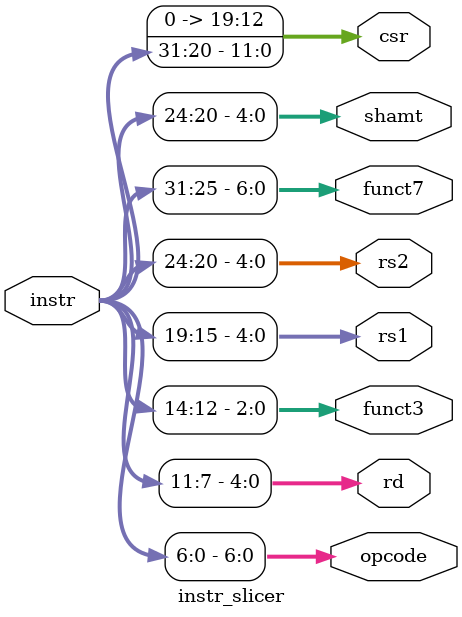
<source format=v>
`timescale 1ns / 1ps

module instr_slicer (
    input wire [31:0] instr,

    output wire [6:0] opcode,  // instr[6:0]
    output wire [4:0] rd,      // instr[11:7]
    output wire [2:0] funct3,  // instr[14:12]
    output wire [4:0] rs1,     // instr[19:15]
    output wire [4:0] rs2,     // instr[24:20] (R/S/B types)
    output wire [6:0] funct7,  // instr[31:25] (R type)

    output wire [ 4:0] shamt,  // instr[24:20] (I-type shifts: SLLI/SRLI/SRAI)
    output wire [19:0] csr     // instr[31:20] (SYSTEM/CSR)
);
  assign opcode = instr[6:0];
  assign rd     = instr[11:7];
  assign funct3 = instr[14:12];
  assign rs1    = instr[19:15];
  assign rs2    = instr[24:20];
  assign funct7 = instr[31:25];

  assign shamt  = instr[24:20];
  assign csr    = instr[31:20];
endmodule

</source>
